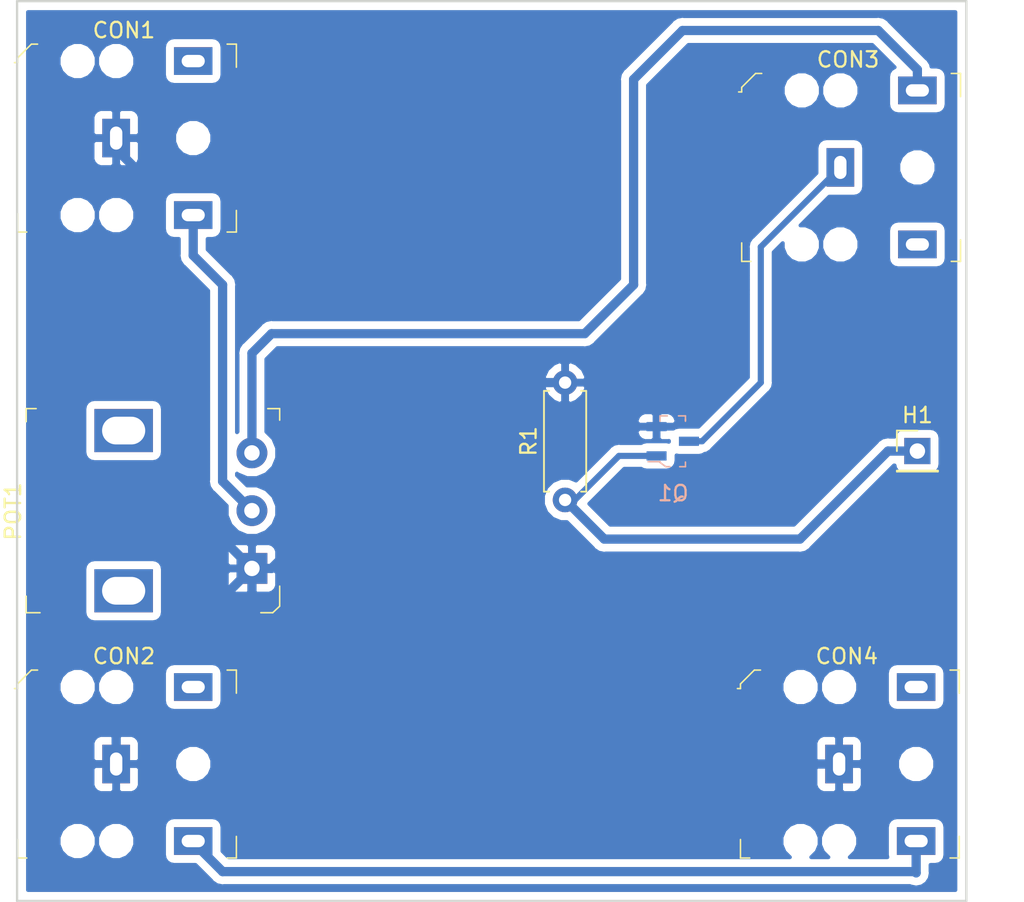
<source format=kicad_pcb>
(kicad_pcb (version 20171130) (host pcbnew 5.0.2+dfsg1-1)

  (general
    (thickness 1.6)
    (drawings 4)
    (tracks 50)
    (zones 0)
    (modules 8)
    (nets 12)
  )

  (page A4)
  (layers
    (0 F.Cu signal)
    (31 B.Cu signal)
    (32 B.Adhes user)
    (33 F.Adhes user)
    (34 B.Paste user)
    (35 F.Paste user)
    (36 B.SilkS user)
    (37 F.SilkS user)
    (38 B.Mask user)
    (39 F.Mask user)
    (40 Dwgs.User user)
    (41 Cmts.User user)
    (42 Eco1.User user)
    (43 Eco2.User user)
    (44 Edge.Cuts user)
    (45 Margin user)
    (46 B.CrtYd user)
    (47 F.CrtYd user)
    (48 B.Fab user)
    (49 F.Fab user)
  )

  (setup
    (last_trace_width 0.6)
    (user_trace_width 0.25)
    (user_trace_width 0.3)
    (user_trace_width 0.35)
    (user_trace_width 0.4)
    (user_trace_width 0.45)
    (user_trace_width 0.5)
    (user_trace_width 0.55)
    (user_trace_width 0.6)
    (trace_clearance 0.2)
    (zone_clearance 0.508)
    (zone_45_only no)
    (trace_min 0.2)
    (segment_width 0.2)
    (edge_width 0.15)
    (via_size 0.8)
    (via_drill 0.4)
    (via_min_size 0.4)
    (via_min_drill 0.3)
    (uvia_size 0.3)
    (uvia_drill 0.1)
    (uvias_allowed no)
    (uvia_min_size 0.2)
    (uvia_min_drill 0.1)
    (pcb_text_width 0.3)
    (pcb_text_size 1.5 1.5)
    (mod_edge_width 0.15)
    (mod_text_size 1 1)
    (mod_text_width 0.15)
    (pad_size 1.524 1.524)
    (pad_drill 0.762)
    (pad_to_mask_clearance 0.051)
    (solder_mask_min_width 0.25)
    (aux_axis_origin 0 0)
    (visible_elements FFFFFF7F)
    (pcbplotparams
      (layerselection 0x010fc_ffffffff)
      (usegerberextensions false)
      (usegerberattributes false)
      (usegerberadvancedattributes false)
      (creategerberjobfile false)
      (excludeedgelayer true)
      (linewidth 0.100000)
      (plotframeref false)
      (viasonmask false)
      (mode 1)
      (useauxorigin false)
      (hpglpennumber 1)
      (hpglpenspeed 20)
      (hpglpendiameter 15.000000)
      (psnegative false)
      (psa4output false)
      (plotreference true)
      (plotvalue true)
      (plotinvisibletext false)
      (padsonsilk false)
      (subtractmaskfromsilk false)
      (outputformat 1)
      (mirror false)
      (drillshape 1)
      (scaleselection 1)
      (outputdirectory ""))
  )

  (net 0 "")
  (net 1 "Net-(CON1-Pad3)")
  (net 2 "Net-(CON1-Pad2)")
  (net 3 "Net-(CON1-Pad1)")
  (net 4 "Net-(CON2-Pad2)")
  (net 5 "Net-(CON2-Pad3)")
  (net 6 "Net-(CON3-Pad3)")
  (net 7 "Net-(CON3-Pad2)")
  (net 8 "Net-(CON3-Pad1)")
  (net 9 "Net-(CON4-Pad3)")
  (net 10 "Net-(H1-Pad1)")
  (net 11 "Net-(POT1-Pad4)")

  (net_class Default "This is the default net class."
    (clearance 0.2)
    (trace_width 0.25)
    (via_dia 0.8)
    (via_drill 0.4)
    (uvia_dia 0.3)
    (uvia_drill 0.1)
    (add_net "Net-(CON1-Pad1)")
    (add_net "Net-(CON1-Pad2)")
    (add_net "Net-(CON1-Pad3)")
    (add_net "Net-(CON2-Pad2)")
    (add_net "Net-(CON2-Pad3)")
    (add_net "Net-(CON3-Pad1)")
    (add_net "Net-(CON3-Pad2)")
    (add_net "Net-(CON3-Pad3)")
    (add_net "Net-(CON4-Pad3)")
    (add_net "Net-(H1-Pad1)")
    (add_net "Net-(POT1-Pad4)")
  )

  (module digikey-footprints:Headphone_Jack_3.5mm_SJ1-3523N (layer F.Cu) (tedit 5C87D9A9) (tstamp 5F35A90E)
    (at 144.7 107.95)
    (descr http://www.cui.com/product/resource/sj1-352xn-series.pdf)
    (path /5F28CCA2)
    (fp_text reference CON4 (at -4.5 -7) (layer F.SilkS)
      (effects (font (size 1 1) (thickness 0.15)))
    )
    (fp_text value SJ1-3523N (at -4.25 7.5) (layer F.Fab)
      (effects (font (size 1 1) (thickness 0.15)))
    )
    (fp_line (start -11.3 6) (end 2.7 6) (layer F.Fab) (width 0.1))
    (fp_line (start 2.7 -6) (end 2.7 6) (layer F.Fab) (width 0.1))
    (fp_text user %R (at -8.25 0) (layer F.Fab)
      (effects (font (size 1 1) (thickness 0.15)))
    )
    (fp_line (start -11.3 -5.1) (end -10.4 -6) (layer F.Fab) (width 0.1))
    (fp_line (start -10.4 -6) (end 2.7 -6) (layer F.Fab) (width 0.1))
    (fp_line (start -11.3 -5.1) (end -11.3 6) (layer F.Fab) (width 0.1))
    (fp_line (start -11.4 -4.9) (end -11.6 -4.9) (layer F.SilkS) (width 0.1))
    (fp_line (start -11.4 -5.2) (end -11.4 -4.9) (layer F.SilkS) (width 0.1))
    (fp_line (start -10.5 -6.1) (end -11.4 -5.2) (layer F.SilkS) (width 0.1))
    (fp_line (start -10.1 -6.1) (end -10.5 -6.1) (layer F.SilkS) (width 0.1))
    (fp_line (start 2.8 -6.1) (end 2.8 -4.6) (layer F.SilkS) (width 0.1))
    (fp_line (start 2.2 -6.1) (end 2.8 -6.1) (layer F.SilkS) (width 0.1))
    (fp_line (start 2.8 6.1) (end 2.8 4.7) (layer F.SilkS) (width 0.1))
    (fp_line (start 2.2 6.1) (end 2.8 6.1) (layer F.SilkS) (width 0.1))
    (fp_line (start -11.4 6.1) (end -11.4 4.9) (layer F.SilkS) (width 0.1))
    (fp_line (start -10.8 6.1) (end -11.4 6.1) (layer F.SilkS) (width 0.1))
    (fp_line (start -11.75 6.25) (end 3.25 6.25) (layer F.CrtYd) (width 0.05))
    (fp_line (start -11.75 -6.25) (end -11.75 6.25) (layer F.CrtYd) (width 0.05))
    (fp_line (start 3.25 -6.25) (end 3.25 6.25) (layer F.CrtYd) (width 0.05))
    (fp_line (start -11.75 -6.25) (end 3.25 -6.25) (layer F.CrtYd) (width 0.05))
    (pad "" np_thru_hole circle (at -7.5 5) (size 1.2 1.2) (drill 1.2) (layers *.Cu *.Mask))
    (pad "" np_thru_hole circle (at -5 5) (size 1.2 1.2) (drill 1.2) (layers *.Cu *.Mask))
    (pad "" np_thru_hole circle (at -7.5 -5) (size 1.2 1.2) (drill 1.2) (layers *.Cu *.Mask))
    (pad "" np_thru_hole circle (at -5 -5) (size 1.2 1.2) (drill 1.2) (layers *.Cu *.Mask))
    (pad "" np_thru_hole circle (at 0 0) (size 1.2 1.2) (drill 1.2) (layers *.Cu *.Mask))
    (pad 1 thru_hole rect (at -5 0) (size 1.8 2.5) (drill oval 0.8 1.5) (layers *.Cu *.Mask)
      (net 3 "Net-(CON1-Pad1)"))
    (pad 2 thru_hole rect (at 0 5) (size 2.5 1.8) (drill oval 1.5 0.8) (layers *.Cu *.Mask)
      (net 4 "Net-(CON2-Pad2)"))
    (pad 3 thru_hole rect (at 0 -5) (size 2.5 1.8) (drill oval 1.5 0.8) (layers *.Cu *.Mask)
      (net 9 "Net-(CON4-Pad3)"))
  )

  (module digikey-footprints:Potentiometer_P120PK-Y25BR10K (layer F.Cu) (tedit 59FCB251) (tstamp 5F35B2B2)
    (at 101.6 95.25 90)
    (path /5F28E570)
    (fp_text reference POT1 (at 3.7 -15.5 90) (layer F.SilkS)
      (effects (font (size 1 1) (thickness 0.15)))
    )
    (fp_text value P120PK-Y25BR5K (at 3.625 2.8 90) (layer F.Fab)
      (effects (font (size 1 1) (thickness 0.15)))
    )
    (fp_line (start -3.1 1.975) (end -3.1 -14.825) (layer F.CrtYd) (width 0.05))
    (fp_line (start 10.6 1.975) (end -3.1 1.975) (layer F.CrtYd) (width 0.05))
    (fp_line (start 10.6 -14.825) (end 10.6 1.975) (layer F.CrtYd) (width 0.05))
    (fp_line (start -3.1 -14.825) (end 10.6 -14.825) (layer F.CrtYd) (width 0.05))
    (fp_text user %R (at 4.05 -6.65 90) (layer F.Fab)
      (effects (font (size 1 1) (thickness 0.15)))
    )
    (fp_line (start -2.875 0.575) (end -2.875 1.35) (layer F.SilkS) (width 0.1))
    (fp_line (start -2.875 1.35) (end -2.45 1.8) (layer F.SilkS) (width 0.1))
    (fp_line (start -2.45 1.8) (end -1.15 1.8) (layer F.SilkS) (width 0.1))
    (fp_line (start -1.8 -14.65) (end -2.875 -14.65) (layer F.SilkS) (width 0.1))
    (fp_line (start -2.875 -14.65) (end -2.875 -13.75) (layer F.SilkS) (width 0.1))
    (fp_line (start 10.375 1.025) (end 10.375 1.8) (layer F.SilkS) (width 0.1))
    (fp_line (start 10.375 1.8) (end 9.625 1.8) (layer F.SilkS) (width 0.1))
    (fp_line (start 9.525 -14.65) (end 10.375 -14.65) (layer F.SilkS) (width 0.1))
    (fp_line (start 10.375 -14.65) (end 10.375 -14) (layer F.SilkS) (width 0.1))
    (fp_line (start -2.75 1.275) (end -2.75 -14.525) (layer F.Fab) (width 0.1))
    (fp_line (start -2.375 1.675) (end 10.25 1.675) (layer F.Fab) (width 0.1))
    (fp_line (start -2.75 1.275) (end -2.375 1.675) (layer F.Fab) (width 0.1))
    (fp_line (start 10.25 -14.525) (end 10.25 1.675) (layer F.Fab) (width 0.1))
    (fp_line (start -2.75 -14.525) (end 10.25 -14.525) (layer F.Fab) (width 0.1))
    (pad 1 thru_hole rect (at 0 0 90) (size 2 2) (drill 1) (layers *.Cu *.Mask)
      (net 3 "Net-(CON1-Pad1)"))
    (pad 2 thru_hole circle (at 3.75 0 90) (size 2 2) (drill 1) (layers *.Cu *.Mask)
      (net 2 "Net-(CON1-Pad2)"))
    (pad 3 thru_hole circle (at 7.5 0 90) (size 2 2) (drill 1) (layers *.Cu *.Mask)
      (net 6 "Net-(CON3-Pad3)"))
    (pad 4 thru_hole rect (at -1.45 -8.325 90) (size 2.8 3.8) (drill oval 1.8 2.8) (layers *.Cu *.Mask)
      (net 11 "Net-(POT1-Pad4)"))
    (pad 4 thru_hole rect (at 8.95 -8.325 90) (size 2.8 3.8) (drill oval 1.8 2.8) (layers *.Cu *.Mask)
      (net 11 "Net-(POT1-Pad4)"))
  )

  (module digikey-footprints:Headphone_Jack_3.5mm_SJ1-3523N (layer F.Cu) (tedit 5C87D9A9) (tstamp 5F35A8AE)
    (at 97.79 67.31)
    (descr http://www.cui.com/product/resource/sj1-352xn-series.pdf)
    (path /5F28CD6F)
    (fp_text reference CON1 (at -4.5 -7) (layer F.SilkS)
      (effects (font (size 1 1) (thickness 0.15)))
    )
    (fp_text value SJ1-3523N (at -4.25 7.5) (layer F.Fab)
      (effects (font (size 1 1) (thickness 0.15)))
    )
    (fp_line (start -11.75 -6.25) (end 3.25 -6.25) (layer F.CrtYd) (width 0.05))
    (fp_line (start 3.25 -6.25) (end 3.25 6.25) (layer F.CrtYd) (width 0.05))
    (fp_line (start -11.75 -6.25) (end -11.75 6.25) (layer F.CrtYd) (width 0.05))
    (fp_line (start -11.75 6.25) (end 3.25 6.25) (layer F.CrtYd) (width 0.05))
    (fp_line (start -10.8 6.1) (end -11.4 6.1) (layer F.SilkS) (width 0.1))
    (fp_line (start -11.4 6.1) (end -11.4 4.9) (layer F.SilkS) (width 0.1))
    (fp_line (start 2.2 6.1) (end 2.8 6.1) (layer F.SilkS) (width 0.1))
    (fp_line (start 2.8 6.1) (end 2.8 4.7) (layer F.SilkS) (width 0.1))
    (fp_line (start 2.2 -6.1) (end 2.8 -6.1) (layer F.SilkS) (width 0.1))
    (fp_line (start 2.8 -6.1) (end 2.8 -4.6) (layer F.SilkS) (width 0.1))
    (fp_line (start -10.1 -6.1) (end -10.5 -6.1) (layer F.SilkS) (width 0.1))
    (fp_line (start -10.5 -6.1) (end -11.4 -5.2) (layer F.SilkS) (width 0.1))
    (fp_line (start -11.4 -5.2) (end -11.4 -4.9) (layer F.SilkS) (width 0.1))
    (fp_line (start -11.4 -4.9) (end -11.6 -4.9) (layer F.SilkS) (width 0.1))
    (fp_line (start -11.3 -5.1) (end -11.3 6) (layer F.Fab) (width 0.1))
    (fp_line (start -10.4 -6) (end 2.7 -6) (layer F.Fab) (width 0.1))
    (fp_line (start -11.3 -5.1) (end -10.4 -6) (layer F.Fab) (width 0.1))
    (fp_text user %R (at -8.25 0) (layer F.Fab)
      (effects (font (size 1 1) (thickness 0.15)))
    )
    (fp_line (start 2.7 -6) (end 2.7 6) (layer F.Fab) (width 0.1))
    (fp_line (start -11.3 6) (end 2.7 6) (layer F.Fab) (width 0.1))
    (pad 3 thru_hole rect (at 0 -5) (size 2.5 1.8) (drill oval 1.5 0.8) (layers *.Cu *.Mask)
      (net 1 "Net-(CON1-Pad3)"))
    (pad 2 thru_hole rect (at 0 5) (size 2.5 1.8) (drill oval 1.5 0.8) (layers *.Cu *.Mask)
      (net 2 "Net-(CON1-Pad2)"))
    (pad 1 thru_hole rect (at -5 0) (size 1.8 2.5) (drill oval 0.8 1.5) (layers *.Cu *.Mask)
      (net 3 "Net-(CON1-Pad1)"))
    (pad "" np_thru_hole circle (at 0 0) (size 1.2 1.2) (drill 1.2) (layers *.Cu *.Mask))
    (pad "" np_thru_hole circle (at -5 -5) (size 1.2 1.2) (drill 1.2) (layers *.Cu *.Mask))
    (pad "" np_thru_hole circle (at -7.5 -5) (size 1.2 1.2) (drill 1.2) (layers *.Cu *.Mask))
    (pad "" np_thru_hole circle (at -5 5) (size 1.2 1.2) (drill 1.2) (layers *.Cu *.Mask))
    (pad "" np_thru_hole circle (at -7.5 5) (size 1.2 1.2) (drill 1.2) (layers *.Cu *.Mask))
  )

  (module digikey-footprints:Headphone_Jack_3.5mm_SJ1-3523N (layer F.Cu) (tedit 5C87D9A9) (tstamp 5F35A8CE)
    (at 97.79 107.95)
    (descr http://www.cui.com/product/resource/sj1-352xn-series.pdf)
    (path /5F28CE23)
    (fp_text reference CON2 (at -4.5 -7) (layer F.SilkS)
      (effects (font (size 1 1) (thickness 0.15)))
    )
    (fp_text value SJ1-3523N (at -4.25 7.5) (layer F.Fab)
      (effects (font (size 1 1) (thickness 0.15)))
    )
    (fp_line (start -11.3 6) (end 2.7 6) (layer F.Fab) (width 0.1))
    (fp_line (start 2.7 -6) (end 2.7 6) (layer F.Fab) (width 0.1))
    (fp_text user %R (at -8.25 0) (layer F.Fab)
      (effects (font (size 1 1) (thickness 0.15)))
    )
    (fp_line (start -11.3 -5.1) (end -10.4 -6) (layer F.Fab) (width 0.1))
    (fp_line (start -10.4 -6) (end 2.7 -6) (layer F.Fab) (width 0.1))
    (fp_line (start -11.3 -5.1) (end -11.3 6) (layer F.Fab) (width 0.1))
    (fp_line (start -11.4 -4.9) (end -11.6 -4.9) (layer F.SilkS) (width 0.1))
    (fp_line (start -11.4 -5.2) (end -11.4 -4.9) (layer F.SilkS) (width 0.1))
    (fp_line (start -10.5 -6.1) (end -11.4 -5.2) (layer F.SilkS) (width 0.1))
    (fp_line (start -10.1 -6.1) (end -10.5 -6.1) (layer F.SilkS) (width 0.1))
    (fp_line (start 2.8 -6.1) (end 2.8 -4.6) (layer F.SilkS) (width 0.1))
    (fp_line (start 2.2 -6.1) (end 2.8 -6.1) (layer F.SilkS) (width 0.1))
    (fp_line (start 2.8 6.1) (end 2.8 4.7) (layer F.SilkS) (width 0.1))
    (fp_line (start 2.2 6.1) (end 2.8 6.1) (layer F.SilkS) (width 0.1))
    (fp_line (start -11.4 6.1) (end -11.4 4.9) (layer F.SilkS) (width 0.1))
    (fp_line (start -10.8 6.1) (end -11.4 6.1) (layer F.SilkS) (width 0.1))
    (fp_line (start -11.75 6.25) (end 3.25 6.25) (layer F.CrtYd) (width 0.05))
    (fp_line (start -11.75 -6.25) (end -11.75 6.25) (layer F.CrtYd) (width 0.05))
    (fp_line (start 3.25 -6.25) (end 3.25 6.25) (layer F.CrtYd) (width 0.05))
    (fp_line (start -11.75 -6.25) (end 3.25 -6.25) (layer F.CrtYd) (width 0.05))
    (pad "" np_thru_hole circle (at -7.5 5) (size 1.2 1.2) (drill 1.2) (layers *.Cu *.Mask))
    (pad "" np_thru_hole circle (at -5 5) (size 1.2 1.2) (drill 1.2) (layers *.Cu *.Mask))
    (pad "" np_thru_hole circle (at -7.5 -5) (size 1.2 1.2) (drill 1.2) (layers *.Cu *.Mask))
    (pad "" np_thru_hole circle (at -5 -5) (size 1.2 1.2) (drill 1.2) (layers *.Cu *.Mask))
    (pad "" np_thru_hole circle (at 0 0) (size 1.2 1.2) (drill 1.2) (layers *.Cu *.Mask))
    (pad 1 thru_hole rect (at -5 0) (size 1.8 2.5) (drill oval 0.8 1.5) (layers *.Cu *.Mask)
      (net 3 "Net-(CON1-Pad1)"))
    (pad 2 thru_hole rect (at 0 5) (size 2.5 1.8) (drill oval 1.5 0.8) (layers *.Cu *.Mask)
      (net 4 "Net-(CON2-Pad2)"))
    (pad 3 thru_hole rect (at 0 -5) (size 2.5 1.8) (drill oval 1.5 0.8) (layers *.Cu *.Mask)
      (net 5 "Net-(CON2-Pad3)"))
  )

  (module digikey-footprints:Headphone_Jack_3.5mm_SJ1-3523N (layer F.Cu) (tedit 5C87D9A9) (tstamp 5F35B391)
    (at 144.78 69.215)
    (descr http://www.cui.com/product/resource/sj1-352xn-series.pdf)
    (path /5F28CB86)
    (fp_text reference CON3 (at -4.5 -7) (layer F.SilkS)
      (effects (font (size 1 1) (thickness 0.15)))
    )
    (fp_text value SJ1-3523N (at -4.25 7.5) (layer F.Fab)
      (effects (font (size 1 1) (thickness 0.15)))
    )
    (fp_line (start -11.75 -6.25) (end 3.25 -6.25) (layer F.CrtYd) (width 0.05))
    (fp_line (start 3.25 -6.25) (end 3.25 6.25) (layer F.CrtYd) (width 0.05))
    (fp_line (start -11.75 -6.25) (end -11.75 6.25) (layer F.CrtYd) (width 0.05))
    (fp_line (start -11.75 6.25) (end 3.25 6.25) (layer F.CrtYd) (width 0.05))
    (fp_line (start -10.8 6.1) (end -11.4 6.1) (layer F.SilkS) (width 0.1))
    (fp_line (start -11.4 6.1) (end -11.4 4.9) (layer F.SilkS) (width 0.1))
    (fp_line (start 2.2 6.1) (end 2.8 6.1) (layer F.SilkS) (width 0.1))
    (fp_line (start 2.8 6.1) (end 2.8 4.7) (layer F.SilkS) (width 0.1))
    (fp_line (start 2.2 -6.1) (end 2.8 -6.1) (layer F.SilkS) (width 0.1))
    (fp_line (start 2.8 -6.1) (end 2.8 -4.6) (layer F.SilkS) (width 0.1))
    (fp_line (start -10.1 -6.1) (end -10.5 -6.1) (layer F.SilkS) (width 0.1))
    (fp_line (start -10.5 -6.1) (end -11.4 -5.2) (layer F.SilkS) (width 0.1))
    (fp_line (start -11.4 -5.2) (end -11.4 -4.9) (layer F.SilkS) (width 0.1))
    (fp_line (start -11.4 -4.9) (end -11.6 -4.9) (layer F.SilkS) (width 0.1))
    (fp_line (start -11.3 -5.1) (end -11.3 6) (layer F.Fab) (width 0.1))
    (fp_line (start -10.4 -6) (end 2.7 -6) (layer F.Fab) (width 0.1))
    (fp_line (start -11.3 -5.1) (end -10.4 -6) (layer F.Fab) (width 0.1))
    (fp_text user %R (at -8.25 0) (layer F.Fab)
      (effects (font (size 1 1) (thickness 0.15)))
    )
    (fp_line (start 2.7 -6) (end 2.7 6) (layer F.Fab) (width 0.1))
    (fp_line (start -11.3 6) (end 2.7 6) (layer F.Fab) (width 0.1))
    (pad 3 thru_hole rect (at 0 -5) (size 2.5 1.8) (drill oval 1.5 0.8) (layers *.Cu *.Mask)
      (net 6 "Net-(CON3-Pad3)"))
    (pad 2 thru_hole rect (at 0 5) (size 2.5 1.8) (drill oval 1.5 0.8) (layers *.Cu *.Mask)
      (net 7 "Net-(CON3-Pad2)"))
    (pad 1 thru_hole rect (at -5 0) (size 1.8 2.5) (drill oval 0.8 1.5) (layers *.Cu *.Mask)
      (net 8 "Net-(CON3-Pad1)"))
    (pad "" np_thru_hole circle (at 0 0) (size 1.2 1.2) (drill 1.2) (layers *.Cu *.Mask))
    (pad "" np_thru_hole circle (at -5 -5) (size 1.2 1.2) (drill 1.2) (layers *.Cu *.Mask))
    (pad "" np_thru_hole circle (at -7.5 -5) (size 1.2 1.2) (drill 1.2) (layers *.Cu *.Mask))
    (pad "" np_thru_hole circle (at -5 5) (size 1.2 1.2) (drill 1.2) (layers *.Cu *.Mask))
    (pad "" np_thru_hole circle (at -7.5 5) (size 1.2 1.2) (drill 1.2) (layers *.Cu *.Mask))
  )

  (module Connector_PinHeader_2.54mm:PinHeader_1x01_P2.54mm_Vertical (layer F.Cu) (tedit 59FED5CC) (tstamp 5F35A923)
    (at 144.78 87.63)
    (descr "Through hole straight pin header, 1x01, 2.54mm pitch, single row")
    (tags "Through hole pin header THT 1x01 2.54mm single row")
    (path /5F290BF9)
    (fp_text reference H1 (at 0 -2.33) (layer F.SilkS)
      (effects (font (size 1 1) (thickness 0.15)))
    )
    (fp_text value MountingHole_Pad (at 0 2.33) (layer F.Fab)
      (effects (font (size 1 1) (thickness 0.15)))
    )
    (fp_line (start -0.635 -1.27) (end 1.27 -1.27) (layer F.Fab) (width 0.1))
    (fp_line (start 1.27 -1.27) (end 1.27 1.27) (layer F.Fab) (width 0.1))
    (fp_line (start 1.27 1.27) (end -1.27 1.27) (layer F.Fab) (width 0.1))
    (fp_line (start -1.27 1.27) (end -1.27 -0.635) (layer F.Fab) (width 0.1))
    (fp_line (start -1.27 -0.635) (end -0.635 -1.27) (layer F.Fab) (width 0.1))
    (fp_line (start -1.33 1.33) (end 1.33 1.33) (layer F.SilkS) (width 0.12))
    (fp_line (start -1.33 1.27) (end -1.33 1.33) (layer F.SilkS) (width 0.12))
    (fp_line (start 1.33 1.27) (end 1.33 1.33) (layer F.SilkS) (width 0.12))
    (fp_line (start -1.33 1.27) (end 1.33 1.27) (layer F.SilkS) (width 0.12))
    (fp_line (start -1.33 0) (end -1.33 -1.33) (layer F.SilkS) (width 0.12))
    (fp_line (start -1.33 -1.33) (end 0 -1.33) (layer F.SilkS) (width 0.12))
    (fp_line (start -1.8 -1.8) (end -1.8 1.8) (layer F.CrtYd) (width 0.05))
    (fp_line (start -1.8 1.8) (end 1.8 1.8) (layer F.CrtYd) (width 0.05))
    (fp_line (start 1.8 1.8) (end 1.8 -1.8) (layer F.CrtYd) (width 0.05))
    (fp_line (start 1.8 -1.8) (end -1.8 -1.8) (layer F.CrtYd) (width 0.05))
    (fp_text user %R (at 0 0 90) (layer F.Fab)
      (effects (font (size 1 1) (thickness 0.15)))
    )
    (pad 1 thru_hole rect (at 0 0) (size 1.7 1.7) (drill 1) (layers *.Cu *.Mask)
      (net 10 "Net-(H1-Pad1)"))
    (model ${KISYS3DMOD}/Connector_PinHeader_2.54mm.3dshapes/PinHeader_1x01_P2.54mm_Vertical.wrl
      (at (xyz 0 0 0))
      (scale (xyz 1 1 1))
      (rotate (xyz 0 0 0))
    )
  )

  (module digikey-footprints:SOT-23-3 (layer B.Cu) (tedit 5D28A5E3) (tstamp 5F35A95B)
    (at 128.905 86.995)
    (path /5F28CA63)
    (attr smd)
    (fp_text reference Q1 (at 0.025 3.375) (layer B.SilkS)
      (effects (font (size 1 1) (thickness 0.15)) (justify mirror))
    )
    (fp_text value BSS138 (at 0.025 -3.25) (layer B.Fab)
      (effects (font (size 1 1) (thickness 0.15)) (justify mirror))
    )
    (fp_line (start -1.825 1.95) (end 1.825 1.95) (layer B.CrtYd) (width 0.05))
    (fp_line (start -1.825 1.95) (end -1.825 -1.95) (layer B.CrtYd) (width 0.05))
    (fp_line (start 1.825 -1.95) (end -1.825 -1.95) (layer B.CrtYd) (width 0.05))
    (fp_line (start 1.825 1.95) (end 1.825 -1.95) (layer B.CrtYd) (width 0.05))
    (fp_line (start -0.175 1.65) (end -0.45 1.65) (layer B.SilkS) (width 0.1))
    (fp_line (start -0.45 1.65) (end -0.825 1.375) (layer B.SilkS) (width 0.1))
    (fp_line (start -0.825 1.375) (end -0.825 1.325) (layer B.SilkS) (width 0.1))
    (fp_line (start -0.825 1.325) (end -1.6 1.325) (layer B.SilkS) (width 0.1))
    (fp_line (start -0.7 1.325) (end -0.7 -1.525) (layer B.Fab) (width 0.1))
    (fp_line (start -0.425 1.525) (end 0.7 1.525) (layer B.Fab) (width 0.1))
    (fp_line (start -0.425 1.525) (end -0.7 1.325) (layer B.Fab) (width 0.1))
    (fp_line (start -0.35 -1.65) (end -0.825 -1.65) (layer B.SilkS) (width 0.1))
    (fp_line (start -0.825 -1.65) (end -0.825 -1.3) (layer B.SilkS) (width 0.1))
    (fp_line (start 0.825 -1.425) (end 0.825 -1.3) (layer B.SilkS) (width 0.1))
    (fp_line (start 0.825 -1.35) (end 0.825 -1.65) (layer B.SilkS) (width 0.1))
    (fp_line (start 0.825 -1.65) (end 0.375 -1.65) (layer B.SilkS) (width 0.1))
    (fp_line (start 0.45 1.65) (end 0.825 1.65) (layer B.SilkS) (width 0.1))
    (fp_line (start 0.825 1.65) (end 0.825 1.35) (layer B.SilkS) (width 0.1))
    (fp_text user %R (at -0.125 -0.15) (layer B.Fab)
      (effects (font (size 0.25 0.25) (thickness 0.05)) (justify mirror))
    )
    (fp_line (start -0.7 -1.52) (end 0.7 -1.52) (layer B.Fab) (width 0.1))
    (fp_line (start 0.7 -1.52) (end 0.7 1.52) (layer B.Fab) (width 0.1))
    (pad 3 smd rect (at 1.05 0) (size 1.3 0.6) (layers B.Cu B.Paste B.Mask)
      (net 8 "Net-(CON3-Pad1)") (solder_mask_margin 0.07))
    (pad 2 smd rect (at -1.05 -0.95) (size 1.3 0.6) (layers B.Cu B.Paste B.Mask)
      (net 3 "Net-(CON1-Pad1)") (solder_mask_margin 0.07))
    (pad 1 smd rect (at -1.05 0.95) (size 1.3 0.6) (layers B.Cu B.Paste B.Mask)
      (net 10 "Net-(H1-Pad1)") (solder_mask_margin 0.07))
  )

  (module Resistor_THT:R_Axial_DIN0207_L6.3mm_D2.5mm_P7.62mm_Horizontal (layer F.Cu) (tedit 5AE5139B) (tstamp 5F35AD3A)
    (at 121.92 90.805 90)
    (descr "Resistor, Axial_DIN0207 series, Axial, Horizontal, pin pitch=7.62mm, 0.25W = 1/4W, length*diameter=6.3*2.5mm^2, http://cdn-reichelt.de/documents/datenblatt/B400/1_4W%23YAG.pdf")
    (tags "Resistor Axial_DIN0207 series Axial Horizontal pin pitch 7.62mm 0.25W = 1/4W length 6.3mm diameter 2.5mm")
    (path /5F28C5F5)
    (fp_text reference R1 (at 3.81 -2.37 90) (layer F.SilkS)
      (effects (font (size 1 1) (thickness 0.15)))
    )
    (fp_text value 1k (at 3.81 2.37 90) (layer F.Fab)
      (effects (font (size 1 1) (thickness 0.15)))
    )
    (fp_line (start 0.66 -1.25) (end 0.66 1.25) (layer F.Fab) (width 0.1))
    (fp_line (start 0.66 1.25) (end 6.96 1.25) (layer F.Fab) (width 0.1))
    (fp_line (start 6.96 1.25) (end 6.96 -1.25) (layer F.Fab) (width 0.1))
    (fp_line (start 6.96 -1.25) (end 0.66 -1.25) (layer F.Fab) (width 0.1))
    (fp_line (start 0 0) (end 0.66 0) (layer F.Fab) (width 0.1))
    (fp_line (start 7.62 0) (end 6.96 0) (layer F.Fab) (width 0.1))
    (fp_line (start 0.54 -1.04) (end 0.54 -1.37) (layer F.SilkS) (width 0.12))
    (fp_line (start 0.54 -1.37) (end 7.08 -1.37) (layer F.SilkS) (width 0.12))
    (fp_line (start 7.08 -1.37) (end 7.08 -1.04) (layer F.SilkS) (width 0.12))
    (fp_line (start 0.54 1.04) (end 0.54 1.37) (layer F.SilkS) (width 0.12))
    (fp_line (start 0.54 1.37) (end 7.08 1.37) (layer F.SilkS) (width 0.12))
    (fp_line (start 7.08 1.37) (end 7.08 1.04) (layer F.SilkS) (width 0.12))
    (fp_line (start -1.05 -1.5) (end -1.05 1.5) (layer F.CrtYd) (width 0.05))
    (fp_line (start -1.05 1.5) (end 8.67 1.5) (layer F.CrtYd) (width 0.05))
    (fp_line (start 8.67 1.5) (end 8.67 -1.5) (layer F.CrtYd) (width 0.05))
    (fp_line (start 8.67 -1.5) (end -1.05 -1.5) (layer F.CrtYd) (width 0.05))
    (fp_text user %R (at 3.81 0 90) (layer F.Fab)
      (effects (font (size 1 1) (thickness 0.15)))
    )
    (pad 1 thru_hole circle (at 0 0 90) (size 1.6 1.6) (drill 0.8) (layers *.Cu *.Mask)
      (net 10 "Net-(H1-Pad1)"))
    (pad 2 thru_hole oval (at 7.62 0 90) (size 1.6 1.6) (drill 0.8) (layers *.Cu *.Mask)
      (net 3 "Net-(CON1-Pad1)"))
    (model ${KISYS3DMOD}/Resistor_THT.3dshapes/R_Axial_DIN0207_L6.3mm_D2.5mm_P7.62mm_Horizontal.wrl
      (at (xyz 0 0 0))
      (scale (xyz 1 1 1))
      (rotate (xyz 0 0 0))
    )
  )

  (gr_line (start 86.36 58.42) (end 147.955 58.42) (layer Edge.Cuts) (width 0.15))
  (gr_line (start 86.36 116.84) (end 86.36 58.42) (layer Edge.Cuts) (width 0.15))
  (gr_line (start 147.955 116.84) (end 86.36 116.84) (layer Edge.Cuts) (width 0.15))
  (gr_line (start 147.955 58.42) (end 147.955 116.84) (layer Edge.Cuts) (width 0.15))

  (segment (start 97.79 72.31) (end 97.79 74.93) (width 0.6) (layer B.Cu) (net 2))
  (segment (start 97.79 74.93) (end 99.695 76.835) (width 0.6) (layer B.Cu) (net 2))
  (segment (start 99.695 89.595) (end 101.6 91.5) (width 0.6) (layer B.Cu) (net 2))
  (segment (start 99.695 76.835) (end 99.695 89.595) (width 0.6) (layer B.Cu) (net 2))
  (segment (start 92.79 67.31) (end 92.79 67.39) (width 0.35) (layer B.Cu) (net 3))
  (segment (start 92.79 67.31) (end 92.79 68.025) (width 0.35) (layer B.Cu) (net 3))
  (segment (start 92.79 68.025) (end 95.25 70.485) (width 0.6) (layer B.Cu) (net 3))
  (segment (start 95.25 70.485) (end 95.25 76.2) (width 0.6) (layer B.Cu) (net 3))
  (segment (start 95.25 76.2) (end 97.79 78.74) (width 0.6) (layer B.Cu) (net 3))
  (segment (start 97.79 91.44) (end 101.6 95.25) (width 0.6) (layer B.Cu) (net 3))
  (segment (start 97.79 78.74) (end 97.79 91.44) (width 0.6) (layer B.Cu) (net 3))
  (segment (start 92.79 107.95) (end 92.79 105.965) (width 0.6) (layer B.Cu) (net 3))
  (segment (start 92.79 105.965) (end 95.25 103.505) (width 0.6) (layer B.Cu) (net 3))
  (segment (start 95.25 101.6) (end 101.6 95.25) (width 0.6) (layer B.Cu) (net 3))
  (segment (start 95.25 103.505) (end 95.25 101.6) (width 0.6) (layer B.Cu) (net 3))
  (segment (start 127.855 86.045) (end 126.685 86.045) (width 0.4) (layer B.Cu) (net 3))
  (segment (start 123.825 83.185) (end 121.92 83.185) (width 0.4) (layer B.Cu) (net 3))
  (segment (start 126.685 86.045) (end 123.825 83.185) (width 0.4) (layer B.Cu) (net 3))
  (segment (start 101.6 95.25) (end 102.87 95.25) (width 0.6) (layer B.Cu) (net 3))
  (segment (start 114.935 83.185) (end 121.92 83.185) (width 0.6) (layer B.Cu) (net 3))
  (segment (start 102.87 95.25) (end 114.935 83.185) (width 0.6) (layer B.Cu) (net 3))
  (segment (start 101.6 104.775) (end 101.6 95.25) (width 0.6) (layer B.Cu) (net 3))
  (segment (start 104.775 107.95) (end 101.6 104.775) (width 0.6) (layer B.Cu) (net 3))
  (segment (start 104.775 107.95) (end 139.7 107.95) (width 0.6) (layer B.Cu) (net 3))
  (segment (start 97.79 112.95) (end 97.79 113.03) (width 0.6) (layer B.Cu) (net 4))
  (segment (start 97.79 113.03) (end 99.695 114.935) (width 0.6) (layer B.Cu) (net 4))
  (segment (start 144.7 112.95) (end 144.7 115.015) (width 0.6) (layer B.Cu) (net 4))
  (segment (start 144.62 114.935) (end 99.695 114.935) (width 0.6) (layer B.Cu) (net 4))
  (segment (start 144.7 115.015) (end 144.62 114.935) (width 0.6) (layer B.Cu) (net 4))
  (segment (start 144.78 64.215) (end 144.78 64.135) (width 0.6) (layer B.Cu) (net 6))
  (segment (start 144.78 64.215) (end 144.78 62.865) (width 0.6) (layer B.Cu) (net 6))
  (segment (start 144.78 62.865) (end 142.24 60.325) (width 0.6) (layer B.Cu) (net 6))
  (segment (start 142.24 60.325) (end 129.54 60.325) (width 0.6) (layer B.Cu) (net 6))
  (segment (start 129.54 60.325) (end 126.365 63.5) (width 0.6) (layer B.Cu) (net 6))
  (segment (start 126.365 63.5) (end 126.365 76.835) (width 0.6) (layer B.Cu) (net 6))
  (segment (start 126.365 76.835) (end 123.19 80.01) (width 0.6) (layer B.Cu) (net 6))
  (segment (start 123.19 80.01) (end 102.87 80.01) (width 0.6) (layer B.Cu) (net 6))
  (segment (start 101.6 81.28) (end 101.6 87.75) (width 0.6) (layer B.Cu) (net 6))
  (segment (start 102.87 80.01) (end 101.6 81.28) (width 0.6) (layer B.Cu) (net 6))
  (segment (start 129.955 86.995) (end 130.81 86.995) (width 0.4) (layer B.Cu) (net 8))
  (segment (start 130.81 86.995) (end 134.62 83.185) (width 0.4) (layer B.Cu) (net 8))
  (segment (start 134.62 74.375) (end 139.78 69.215) (width 0.4) (layer B.Cu) (net 8))
  (segment (start 134.62 83.185) (end 134.62 74.375) (width 0.4) (layer B.Cu) (net 8))
  (segment (start 121.92 90.805) (end 122.555 90.805) (width 0.4) (layer B.Cu) (net 10))
  (segment (start 125.415 87.945) (end 127.855 87.945) (width 0.4) (layer B.Cu) (net 10))
  (segment (start 122.555 90.805) (end 125.415 87.945) (width 0.4) (layer B.Cu) (net 10))
  (segment (start 144.78 87.63) (end 142.875 87.63) (width 0.6) (layer B.Cu) (net 10))
  (segment (start 142.875 87.63) (end 137.16 93.345) (width 0.6) (layer B.Cu) (net 10))
  (segment (start 124.46 93.345) (end 121.92 90.805) (width 0.6) (layer B.Cu) (net 10))
  (segment (start 137.16 93.345) (end 124.46 93.345) (width 0.6) (layer B.Cu) (net 10))

  (zone (net 3) (net_name "Net-(CON1-Pad1)") (layer B.Cu) (tstamp 0) (hatch edge 0.508)
    (connect_pads (clearance 0.508))
    (min_thickness 0.254)
    (fill yes (arc_segments 16) (thermal_gap 0.508) (thermal_bridge_width 0.508))
    (polygon
      (pts
        (xy 86.36 58.42) (xy 147.955 58.42) (xy 147.955 116.205) (xy 147.955 116.84) (xy 86.36 116.84)
      )
    )
    (filled_polygon
      (pts
        (xy 147.245001 116.13) (xy 87.07 116.13) (xy 87.07 112.704343) (xy 89.055 112.704343) (xy 89.055 113.195657)
        (xy 89.243018 113.649571) (xy 89.590429 113.996982) (xy 90.044343 114.185) (xy 90.535657 114.185) (xy 90.989571 113.996982)
        (xy 91.336982 113.649571) (xy 91.525 113.195657) (xy 91.525 112.704343) (xy 91.555 112.704343) (xy 91.555 113.195657)
        (xy 91.743018 113.649571) (xy 92.090429 113.996982) (xy 92.544343 114.185) (xy 93.035657 114.185) (xy 93.489571 113.996982)
        (xy 93.836982 113.649571) (xy 94.025 113.195657) (xy 94.025 112.704343) (xy 93.836982 112.250429) (xy 93.636553 112.05)
        (xy 95.89256 112.05) (xy 95.89256 113.85) (xy 95.941843 114.097765) (xy 96.082191 114.307809) (xy 96.292235 114.448157)
        (xy 96.54 114.49744) (xy 97.935151 114.49744) (xy 98.96874 115.53103) (xy 99.020903 115.609097) (xy 99.098969 115.661259)
        (xy 99.330181 115.81575) (xy 99.695 115.888317) (xy 99.787086 115.87) (xy 144.296644 115.87) (xy 144.335182 115.89575)
        (xy 144.699999 115.968317) (xy 144.7 115.968317) (xy 145.064819 115.89575) (xy 145.374097 115.689097) (xy 145.58075 115.379819)
        (xy 145.635 115.107086) (xy 145.635 115.107085) (xy 145.653317 115.014999) (xy 145.635 114.922914) (xy 145.635 114.49744)
        (xy 145.95 114.49744) (xy 146.197765 114.448157) (xy 146.407809 114.307809) (xy 146.548157 114.097765) (xy 146.59744 113.85)
        (xy 146.59744 112.05) (xy 146.548157 111.802235) (xy 146.407809 111.592191) (xy 146.197765 111.451843) (xy 145.95 111.40256)
        (xy 143.45 111.40256) (xy 143.202235 111.451843) (xy 142.992191 111.592191) (xy 142.851843 111.802235) (xy 142.80256 112.05)
        (xy 142.80256 113.85) (xy 142.832397 114) (xy 140.392285 114) (xy 140.399571 113.996982) (xy 140.746982 113.649571)
        (xy 140.935 113.195657) (xy 140.935 112.704343) (xy 140.746982 112.250429) (xy 140.399571 111.903018) (xy 139.945657 111.715)
        (xy 139.454343 111.715) (xy 139.000429 111.903018) (xy 138.653018 112.250429) (xy 138.465 112.704343) (xy 138.465 113.195657)
        (xy 138.653018 113.649571) (xy 139.000429 113.996982) (xy 139.007715 114) (xy 137.892285 114) (xy 137.899571 113.996982)
        (xy 138.246982 113.649571) (xy 138.435 113.195657) (xy 138.435 112.704343) (xy 138.246982 112.250429) (xy 137.899571 111.903018)
        (xy 137.445657 111.715) (xy 136.954343 111.715) (xy 136.500429 111.903018) (xy 136.153018 112.250429) (xy 135.965 112.704343)
        (xy 135.965 113.195657) (xy 136.153018 113.649571) (xy 136.500429 113.996982) (xy 136.507715 114) (xy 100.08229 114)
        (xy 99.68744 113.60515) (xy 99.68744 112.05) (xy 99.638157 111.802235) (xy 99.497809 111.592191) (xy 99.287765 111.451843)
        (xy 99.04 111.40256) (xy 96.54 111.40256) (xy 96.292235 111.451843) (xy 96.082191 111.592191) (xy 95.941843 111.802235)
        (xy 95.89256 112.05) (xy 93.636553 112.05) (xy 93.489571 111.903018) (xy 93.035657 111.715) (xy 92.544343 111.715)
        (xy 92.090429 111.903018) (xy 91.743018 112.250429) (xy 91.555 112.704343) (xy 91.525 112.704343) (xy 91.336982 112.250429)
        (xy 90.989571 111.903018) (xy 90.535657 111.715) (xy 90.044343 111.715) (xy 89.590429 111.903018) (xy 89.243018 112.250429)
        (xy 89.055 112.704343) (xy 87.07 112.704343) (xy 87.07 108.23575) (xy 91.255 108.23575) (xy 91.255 109.32631)
        (xy 91.351673 109.559699) (xy 91.530302 109.738327) (xy 91.763691 109.835) (xy 92.50425 109.835) (xy 92.663 109.67625)
        (xy 92.663 108.077) (xy 92.917 108.077) (xy 92.917 109.67625) (xy 93.07575 109.835) (xy 93.816309 109.835)
        (xy 94.049698 109.738327) (xy 94.228327 109.559699) (xy 94.325 109.32631) (xy 94.325 108.23575) (xy 94.16625 108.077)
        (xy 92.917 108.077) (xy 92.663 108.077) (xy 91.41375 108.077) (xy 91.255 108.23575) (xy 87.07 108.23575)
        (xy 87.07 106.57369) (xy 91.255 106.57369) (xy 91.255 107.66425) (xy 91.41375 107.823) (xy 92.663 107.823)
        (xy 92.663 106.22375) (xy 92.917 106.22375) (xy 92.917 107.823) (xy 94.16625 107.823) (xy 94.284907 107.704343)
        (xy 96.555 107.704343) (xy 96.555 108.195657) (xy 96.743018 108.649571) (xy 97.090429 108.996982) (xy 97.544343 109.185)
        (xy 98.035657 109.185) (xy 98.489571 108.996982) (xy 98.836982 108.649571) (xy 99.008392 108.23575) (xy 138.165 108.23575)
        (xy 138.165 109.32631) (xy 138.261673 109.559699) (xy 138.440302 109.738327) (xy 138.673691 109.835) (xy 139.41425 109.835)
        (xy 139.573 109.67625) (xy 139.573 108.077) (xy 139.827 108.077) (xy 139.827 109.67625) (xy 139.98575 109.835)
        (xy 140.726309 109.835) (xy 140.959698 109.738327) (xy 141.138327 109.559699) (xy 141.235 109.32631) (xy 141.235 108.23575)
        (xy 141.07625 108.077) (xy 139.827 108.077) (xy 139.573 108.077) (xy 138.32375 108.077) (xy 138.165 108.23575)
        (xy 99.008392 108.23575) (xy 99.025 108.195657) (xy 99.025 107.704343) (xy 98.836982 107.250429) (xy 98.489571 106.903018)
        (xy 98.035657 106.715) (xy 97.544343 106.715) (xy 97.090429 106.903018) (xy 96.743018 107.250429) (xy 96.555 107.704343)
        (xy 94.284907 107.704343) (xy 94.325 107.66425) (xy 94.325 106.57369) (xy 138.165 106.57369) (xy 138.165 107.66425)
        (xy 138.32375 107.823) (xy 139.573 107.823) (xy 139.573 106.22375) (xy 139.827 106.22375) (xy 139.827 107.823)
        (xy 141.07625 107.823) (xy 141.194907 107.704343) (xy 143.465 107.704343) (xy 143.465 108.195657) (xy 143.653018 108.649571)
        (xy 144.000429 108.996982) (xy 144.454343 109.185) (xy 144.945657 109.185) (xy 145.399571 108.996982) (xy 145.746982 108.649571)
        (xy 145.935 108.195657) (xy 145.935 107.704343) (xy 145.746982 107.250429) (xy 145.399571 106.903018) (xy 144.945657 106.715)
        (xy 144.454343 106.715) (xy 144.000429 106.903018) (xy 143.653018 107.250429) (xy 143.465 107.704343) (xy 141.194907 107.704343)
        (xy 141.235 107.66425) (xy 141.235 106.57369) (xy 141.138327 106.340301) (xy 140.959698 106.161673) (xy 140.726309 106.065)
        (xy 139.98575 106.065) (xy 139.827 106.22375) (xy 139.573 106.22375) (xy 139.41425 106.065) (xy 138.673691 106.065)
        (xy 138.440302 106.161673) (xy 138.261673 106.340301) (xy 138.165 106.57369) (xy 94.325 106.57369) (xy 94.228327 106.340301)
        (xy 94.049698 106.161673) (xy 93.816309 106.065) (xy 93.07575 106.065) (xy 92.917 106.22375) (xy 92.663 106.22375)
        (xy 92.50425 106.065) (xy 91.763691 106.065) (xy 91.530302 106.161673) (xy 91.351673 106.340301) (xy 91.255 106.57369)
        (xy 87.07 106.57369) (xy 87.07 102.704343) (xy 89.055 102.704343) (xy 89.055 103.195657) (xy 89.243018 103.649571)
        (xy 89.590429 103.996982) (xy 90.044343 104.185) (xy 90.535657 104.185) (xy 90.989571 103.996982) (xy 91.336982 103.649571)
        (xy 91.525 103.195657) (xy 91.525 102.704343) (xy 91.555 102.704343) (xy 91.555 103.195657) (xy 91.743018 103.649571)
        (xy 92.090429 103.996982) (xy 92.544343 104.185) (xy 93.035657 104.185) (xy 93.489571 103.996982) (xy 93.836982 103.649571)
        (xy 94.025 103.195657) (xy 94.025 102.704343) (xy 93.836982 102.250429) (xy 93.636553 102.05) (xy 95.89256 102.05)
        (xy 95.89256 103.85) (xy 95.941843 104.097765) (xy 96.082191 104.307809) (xy 96.292235 104.448157) (xy 96.54 104.49744)
        (xy 99.04 104.49744) (xy 99.287765 104.448157) (xy 99.497809 104.307809) (xy 99.638157 104.097765) (xy 99.68744 103.85)
        (xy 99.68744 102.704343) (xy 135.965 102.704343) (xy 135.965 103.195657) (xy 136.153018 103.649571) (xy 136.500429 103.996982)
        (xy 136.954343 104.185) (xy 137.445657 104.185) (xy 137.899571 103.996982) (xy 138.246982 103.649571) (xy 138.435 103.195657)
        (xy 138.435 102.704343) (xy 138.465 102.704343) (xy 138.465 103.195657) (xy 138.653018 103.649571) (xy 139.000429 103.996982)
        (xy 139.454343 104.185) (xy 139.945657 104.185) (xy 140.399571 103.996982) (xy 140.746982 103.649571) (xy 140.935 103.195657)
        (xy 140.935 102.704343) (xy 140.746982 102.250429) (xy 140.546553 102.05) (xy 142.80256 102.05) (xy 142.80256 103.85)
        (xy 142.851843 104.097765) (xy 142.992191 104.307809) (xy 143.202235 104.448157) (xy 143.45 104.49744) (xy 145.95 104.49744)
        (xy 146.197765 104.448157) (xy 146.407809 104.307809) (xy 146.548157 104.097765) (xy 146.59744 103.85) (xy 146.59744 102.05)
        (xy 146.548157 101.802235) (xy 146.407809 101.592191) (xy 146.197765 101.451843) (xy 145.95 101.40256) (xy 143.45 101.40256)
        (xy 143.202235 101.451843) (xy 142.992191 101.592191) (xy 142.851843 101.802235) (xy 142.80256 102.05) (xy 140.546553 102.05)
        (xy 140.399571 101.903018) (xy 139.945657 101.715) (xy 139.454343 101.715) (xy 139.000429 101.903018) (xy 138.653018 102.250429)
        (xy 138.465 102.704343) (xy 138.435 102.704343) (xy 138.246982 102.250429) (xy 137.899571 101.903018) (xy 137.445657 101.715)
        (xy 136.954343 101.715) (xy 136.500429 101.903018) (xy 136.153018 102.250429) (xy 135.965 102.704343) (xy 99.68744 102.704343)
        (xy 99.68744 102.05) (xy 99.638157 101.802235) (xy 99.497809 101.592191) (xy 99.287765 101.451843) (xy 99.04 101.40256)
        (xy 96.54 101.40256) (xy 96.292235 101.451843) (xy 96.082191 101.592191) (xy 95.941843 101.802235) (xy 95.89256 102.05)
        (xy 93.636553 102.05) (xy 93.489571 101.903018) (xy 93.035657 101.715) (xy 92.544343 101.715) (xy 92.090429 101.903018)
        (xy 91.743018 102.250429) (xy 91.555 102.704343) (xy 91.525 102.704343) (xy 91.336982 102.250429) (xy 90.989571 101.903018)
        (xy 90.535657 101.715) (xy 90.044343 101.715) (xy 89.590429 101.903018) (xy 89.243018 102.250429) (xy 89.055 102.704343)
        (xy 87.07 102.704343) (xy 87.07 95.3) (xy 90.72756 95.3) (xy 90.72756 98.1) (xy 90.776843 98.347765)
        (xy 90.917191 98.557809) (xy 91.127235 98.698157) (xy 91.375 98.74744) (xy 95.175 98.74744) (xy 95.422765 98.698157)
        (xy 95.632809 98.557809) (xy 95.773157 98.347765) (xy 95.82244 98.1) (xy 95.82244 95.53575) (xy 99.965 95.53575)
        (xy 99.965 96.376309) (xy 100.061673 96.609698) (xy 100.240301 96.788327) (xy 100.47369 96.885) (xy 101.31425 96.885)
        (xy 101.473 96.72625) (xy 101.473 95.377) (xy 101.727 95.377) (xy 101.727 96.72625) (xy 101.88575 96.885)
        (xy 102.72631 96.885) (xy 102.959699 96.788327) (xy 103.138327 96.609698) (xy 103.235 96.376309) (xy 103.235 95.53575)
        (xy 103.07625 95.377) (xy 101.727 95.377) (xy 101.473 95.377) (xy 100.12375 95.377) (xy 99.965 95.53575)
        (xy 95.82244 95.53575) (xy 95.82244 95.3) (xy 95.773157 95.052235) (xy 95.632809 94.842191) (xy 95.422765 94.701843)
        (xy 95.175 94.65256) (xy 91.375 94.65256) (xy 91.127235 94.701843) (xy 90.917191 94.842191) (xy 90.776843 95.052235)
        (xy 90.72756 95.3) (xy 87.07 95.3) (xy 87.07 94.123691) (xy 99.965 94.123691) (xy 99.965 94.96425)
        (xy 100.12375 95.123) (xy 101.473 95.123) (xy 101.473 93.77375) (xy 101.727 93.77375) (xy 101.727 95.123)
        (xy 103.07625 95.123) (xy 103.235 94.96425) (xy 103.235 94.123691) (xy 103.138327 93.890302) (xy 102.959699 93.711673)
        (xy 102.72631 93.615) (xy 101.88575 93.615) (xy 101.727 93.77375) (xy 101.473 93.77375) (xy 101.31425 93.615)
        (xy 100.47369 93.615) (xy 100.240301 93.711673) (xy 100.061673 93.890302) (xy 99.965 94.123691) (xy 87.07 94.123691)
        (xy 87.07 84.9) (xy 90.72756 84.9) (xy 90.72756 87.7) (xy 90.776843 87.947765) (xy 90.917191 88.157809)
        (xy 91.127235 88.298157) (xy 91.375 88.34744) (xy 95.175 88.34744) (xy 95.422765 88.298157) (xy 95.632809 88.157809)
        (xy 95.773157 87.947765) (xy 95.82244 87.7) (xy 95.82244 84.9) (xy 95.773157 84.652235) (xy 95.632809 84.442191)
        (xy 95.422765 84.301843) (xy 95.175 84.25256) (xy 91.375 84.25256) (xy 91.127235 84.301843) (xy 90.917191 84.442191)
        (xy 90.776843 84.652235) (xy 90.72756 84.9) (xy 87.07 84.9) (xy 87.07 72.064343) (xy 89.055 72.064343)
        (xy 89.055 72.555657) (xy 89.243018 73.009571) (xy 89.590429 73.356982) (xy 90.044343 73.545) (xy 90.535657 73.545)
        (xy 90.989571 73.356982) (xy 91.336982 73.009571) (xy 91.525 72.555657) (xy 91.525 72.064343) (xy 91.555 72.064343)
        (xy 91.555 72.555657) (xy 91.743018 73.009571) (xy 92.090429 73.356982) (xy 92.544343 73.545) (xy 93.035657 73.545)
        (xy 93.489571 73.356982) (xy 93.836982 73.009571) (xy 94.025 72.555657) (xy 94.025 72.064343) (xy 93.836982 71.610429)
        (xy 93.636553 71.41) (xy 95.89256 71.41) (xy 95.89256 73.21) (xy 95.941843 73.457765) (xy 96.082191 73.667809)
        (xy 96.292235 73.808157) (xy 96.54 73.85744) (xy 96.855001 73.85744) (xy 96.855001 74.83791) (xy 96.836683 74.93)
        (xy 96.90925 75.294818) (xy 97.063741 75.52603) (xy 97.115904 75.604097) (xy 97.19397 75.656259) (xy 98.76 77.22229)
        (xy 98.760001 89.50291) (xy 98.741683 89.595) (xy 98.81425 89.959818) (xy 98.893712 90.078741) (xy 99.020904 90.269097)
        (xy 99.09897 90.321259) (xy 99.965 91.187289) (xy 99.965 91.825222) (xy 100.213914 92.426153) (xy 100.673847 92.886086)
        (xy 101.274778 93.135) (xy 101.925222 93.135) (xy 102.526153 92.886086) (xy 102.986086 92.426153) (xy 103.235 91.825222)
        (xy 103.235 91.174778) (xy 102.986086 90.573847) (xy 102.9318 90.519561) (xy 120.485 90.519561) (xy 120.485 91.090439)
        (xy 120.703466 91.617862) (xy 121.107138 92.021534) (xy 121.634561 92.24) (xy 122.032711 92.24) (xy 123.733741 93.941031)
        (xy 123.785903 94.019097) (xy 124.095181 94.22575) (xy 124.367914 94.28) (xy 124.367918 94.28) (xy 124.459999 94.298316)
        (xy 124.55208 94.28) (xy 137.067914 94.28) (xy 137.16 94.298317) (xy 137.252086 94.28) (xy 137.524819 94.22575)
        (xy 137.834097 94.019097) (xy 137.886261 93.941028) (xy 143.262289 88.565) (xy 143.299467 88.565) (xy 143.331843 88.727765)
        (xy 143.472191 88.937809) (xy 143.682235 89.078157) (xy 143.93 89.12744) (xy 145.63 89.12744) (xy 145.877765 89.078157)
        (xy 146.087809 88.937809) (xy 146.228157 88.727765) (xy 146.27744 88.48) (xy 146.27744 86.78) (xy 146.228157 86.532235)
        (xy 146.087809 86.322191) (xy 145.877765 86.181843) (xy 145.63 86.13256) (xy 143.93 86.13256) (xy 143.682235 86.181843)
        (xy 143.472191 86.322191) (xy 143.331843 86.532235) (xy 143.299467 86.695) (xy 142.967086 86.695) (xy 142.875 86.676683)
        (xy 142.782914 86.695) (xy 142.510181 86.74925) (xy 142.200903 86.955903) (xy 142.148739 87.033972) (xy 136.772711 92.41)
        (xy 124.84729 92.41) (xy 123.489078 91.051789) (xy 125.760868 88.78) (xy 126.862715 88.78) (xy 126.957235 88.843157)
        (xy 127.205 88.89244) (xy 128.505 88.89244) (xy 128.752765 88.843157) (xy 128.962809 88.702809) (xy 129.103157 88.492765)
        (xy 129.15244 88.245) (xy 129.15244 87.912094) (xy 129.305 87.94244) (xy 130.605 87.94244) (xy 130.852765 87.893157)
        (xy 130.970619 87.814409) (xy 131.135801 87.781552) (xy 131.412001 87.597001) (xy 131.458587 87.52728) (xy 135.152283 83.833585)
        (xy 135.222001 83.787001) (xy 135.406552 83.510801) (xy 135.455 83.267237) (xy 135.455 83.267236) (xy 135.471358 83.185)
        (xy 135.455 83.102763) (xy 135.455 74.720867) (xy 136.045 74.130867) (xy 136.045 74.460657) (xy 136.233018 74.914571)
        (xy 136.580429 75.261982) (xy 137.034343 75.45) (xy 137.525657 75.45) (xy 137.979571 75.261982) (xy 138.326982 74.914571)
        (xy 138.515 74.460657) (xy 138.515 73.969343) (xy 138.545 73.969343) (xy 138.545 74.460657) (xy 138.733018 74.914571)
        (xy 139.080429 75.261982) (xy 139.534343 75.45) (xy 140.025657 75.45) (xy 140.479571 75.261982) (xy 140.826982 74.914571)
        (xy 141.015 74.460657) (xy 141.015 73.969343) (xy 140.826982 73.515429) (xy 140.626553 73.315) (xy 142.88256 73.315)
        (xy 142.88256 75.115) (xy 142.931843 75.362765) (xy 143.072191 75.572809) (xy 143.282235 75.713157) (xy 143.53 75.76244)
        (xy 146.03 75.76244) (xy 146.277765 75.713157) (xy 146.487809 75.572809) (xy 146.628157 75.362765) (xy 146.67744 75.115)
        (xy 146.67744 73.315) (xy 146.628157 73.067235) (xy 146.487809 72.857191) (xy 146.277765 72.716843) (xy 146.03 72.66756)
        (xy 143.53 72.66756) (xy 143.282235 72.716843) (xy 143.072191 72.857191) (xy 142.931843 73.067235) (xy 142.88256 73.315)
        (xy 140.626553 73.315) (xy 140.479571 73.168018) (xy 140.025657 72.98) (xy 139.534343 72.98) (xy 139.080429 73.168018)
        (xy 138.733018 73.515429) (xy 138.545 73.969343) (xy 138.515 73.969343) (xy 138.326982 73.515429) (xy 137.979571 73.168018)
        (xy 137.525657 72.98) (xy 137.195867 72.98) (xy 139.063428 71.11244) (xy 140.68 71.11244) (xy 140.927765 71.063157)
        (xy 141.137809 70.922809) (xy 141.278157 70.712765) (xy 141.32744 70.465) (xy 141.32744 68.969343) (xy 143.545 68.969343)
        (xy 143.545 69.460657) (xy 143.733018 69.914571) (xy 144.080429 70.261982) (xy 144.534343 70.45) (xy 145.025657 70.45)
        (xy 145.479571 70.261982) (xy 145.826982 69.914571) (xy 146.015 69.460657) (xy 146.015 68.969343) (xy 145.826982 68.515429)
        (xy 145.479571 68.168018) (xy 145.025657 67.98) (xy 144.534343 67.98) (xy 144.080429 68.168018) (xy 143.733018 68.515429)
        (xy 143.545 68.969343) (xy 141.32744 68.969343) (xy 141.32744 67.965) (xy 141.278157 67.717235) (xy 141.137809 67.507191)
        (xy 140.927765 67.366843) (xy 140.68 67.31756) (xy 138.88 67.31756) (xy 138.632235 67.366843) (xy 138.422191 67.507191)
        (xy 138.281843 67.717235) (xy 138.23256 67.965) (xy 138.23256 69.581572) (xy 134.087718 73.726415) (xy 134.018 73.772999)
        (xy 133.971416 73.842717) (xy 133.833448 74.0492) (xy 133.768643 74.375) (xy 133.785001 74.457238) (xy 133.785 82.839132)
        (xy 130.576573 86.04756) (xy 129.305 86.04756) (xy 129.057235 86.096843) (xy 128.944755 86.172) (xy 127.982 86.172)
        (xy 127.982 86.82125) (xy 128.14075 86.98) (xy 128.631309 86.98) (xy 128.65756 86.969126) (xy 128.65756 87.027906)
        (xy 128.505 86.99756) (xy 127.205 86.99756) (xy 126.957235 87.046843) (xy 126.862715 87.11) (xy 125.497237 87.11)
        (xy 125.415 87.093642) (xy 125.332763 87.11) (xy 125.089199 87.158448) (xy 124.812999 87.342999) (xy 124.766415 87.412717)
        (xy 122.632315 89.546818) (xy 122.205439 89.37) (xy 121.634561 89.37) (xy 121.107138 89.588466) (xy 120.703466 89.992138)
        (xy 120.485 90.519561) (xy 102.9318 90.519561) (xy 102.526153 90.113914) (xy 101.925222 89.865) (xy 101.287289 89.865)
        (xy 100.63 89.207711) (xy 100.63 89.092239) (xy 100.673847 89.136086) (xy 101.274778 89.385) (xy 101.925222 89.385)
        (xy 102.526153 89.136086) (xy 102.986086 88.676153) (xy 103.235 88.075222) (xy 103.235 87.424778) (xy 102.986086 86.823847)
        (xy 102.535 86.372761) (xy 102.535 86.33075) (xy 126.57 86.33075) (xy 126.57 86.47131) (xy 126.666673 86.704699)
        (xy 126.845302 86.883327) (xy 127.078691 86.98) (xy 127.56925 86.98) (xy 127.728 86.82125) (xy 127.728 86.172)
        (xy 126.72875 86.172) (xy 126.57 86.33075) (xy 102.535 86.33075) (xy 102.535 85.61869) (xy 126.57 85.61869)
        (xy 126.57 85.75925) (xy 126.72875 85.918) (xy 127.728 85.918) (xy 127.728 85.26875) (xy 127.982 85.26875)
        (xy 127.982 85.918) (xy 128.98125 85.918) (xy 129.14 85.75925) (xy 129.14 85.61869) (xy 129.043327 85.385301)
        (xy 128.864698 85.206673) (xy 128.631309 85.11) (xy 128.14075 85.11) (xy 127.982 85.26875) (xy 127.728 85.26875)
        (xy 127.56925 85.11) (xy 127.078691 85.11) (xy 126.845302 85.206673) (xy 126.666673 85.385301) (xy 126.57 85.61869)
        (xy 102.535 85.61869) (xy 102.535 83.534041) (xy 120.528086 83.534041) (xy 120.767611 84.040134) (xy 121.182577 84.416041)
        (xy 121.570961 84.576904) (xy 121.793 84.454915) (xy 121.793 83.312) (xy 122.047 83.312) (xy 122.047 84.454915)
        (xy 122.269039 84.576904) (xy 122.657423 84.416041) (xy 123.072389 84.040134) (xy 123.311914 83.534041) (xy 123.190629 83.312)
        (xy 122.047 83.312) (xy 121.793 83.312) (xy 120.649371 83.312) (xy 120.528086 83.534041) (xy 102.535 83.534041)
        (xy 102.535 82.835959) (xy 120.528086 82.835959) (xy 120.649371 83.058) (xy 121.793 83.058) (xy 121.793 81.915085)
        (xy 122.047 81.915085) (xy 122.047 83.058) (xy 123.190629 83.058) (xy 123.311914 82.835959) (xy 123.072389 82.329866)
        (xy 122.657423 81.953959) (xy 122.269039 81.793096) (xy 122.047 81.915085) (xy 121.793 81.915085) (xy 121.570961 81.793096)
        (xy 121.182577 81.953959) (xy 120.767611 82.329866) (xy 120.528086 82.835959) (xy 102.535 82.835959) (xy 102.535 81.667289)
        (xy 103.25729 80.945) (xy 123.097914 80.945) (xy 123.19 80.963317) (xy 123.282086 80.945) (xy 123.554819 80.89075)
        (xy 123.864097 80.684097) (xy 123.916261 80.606028) (xy 126.961031 77.561259) (xy 127.039097 77.509097) (xy 127.24575 77.199819)
        (xy 127.3 76.927086) (xy 127.318317 76.835001) (xy 127.3 76.742914) (xy 127.3 63.969343) (xy 136.045 63.969343)
        (xy 136.045 64.460657) (xy 136.233018 64.914571) (xy 136.580429 65.261982) (xy 137.034343 65.45) (xy 137.525657 65.45)
        (xy 137.979571 65.261982) (xy 138.326982 64.914571) (xy 138.515 64.460657) (xy 138.515 63.969343) (xy 138.545 63.969343)
        (xy 138.545 64.460657) (xy 138.733018 64.914571) (xy 139.080429 65.261982) (xy 139.534343 65.45) (xy 140.025657 65.45)
        (xy 140.479571 65.261982) (xy 140.826982 64.914571) (xy 141.015 64.460657) (xy 141.015 63.969343) (xy 140.826982 63.515429)
        (xy 140.479571 63.168018) (xy 140.025657 62.98) (xy 139.534343 62.98) (xy 139.080429 63.168018) (xy 138.733018 63.515429)
        (xy 138.545 63.969343) (xy 138.515 63.969343) (xy 138.326982 63.515429) (xy 137.979571 63.168018) (xy 137.525657 62.98)
        (xy 137.034343 62.98) (xy 136.580429 63.168018) (xy 136.233018 63.515429) (xy 136.045 63.969343) (xy 127.3 63.969343)
        (xy 127.3 63.887289) (xy 129.92729 61.26) (xy 141.852711 61.26) (xy 143.305021 62.712311) (xy 143.282235 62.716843)
        (xy 143.072191 62.857191) (xy 142.931843 63.067235) (xy 142.88256 63.315) (xy 142.88256 65.115) (xy 142.931843 65.362765)
        (xy 143.072191 65.572809) (xy 143.282235 65.713157) (xy 143.53 65.76244) (xy 146.03 65.76244) (xy 146.277765 65.713157)
        (xy 146.487809 65.572809) (xy 146.628157 65.362765) (xy 146.67744 65.115) (xy 146.67744 63.315) (xy 146.628157 63.067235)
        (xy 146.487809 62.857191) (xy 146.277765 62.716843) (xy 146.03 62.66756) (xy 145.694044 62.66756) (xy 145.66075 62.500181)
        (xy 145.454097 62.190903) (xy 145.376031 62.138741) (xy 142.966261 59.728972) (xy 142.914097 59.650903) (xy 142.604819 59.44425)
        (xy 142.332086 59.39) (xy 142.24 59.371683) (xy 142.147914 59.39) (xy 129.632085 59.39) (xy 129.539999 59.371683)
        (xy 129.175181 59.44425) (xy 128.865903 59.650903) (xy 128.813741 59.728969) (xy 125.768972 62.773739) (xy 125.690903 62.825903)
        (xy 125.529651 63.067235) (xy 125.48425 63.135182) (xy 125.411683 63.5) (xy 125.43 63.592086) (xy 125.430001 76.447709)
        (xy 122.802711 79.075) (xy 102.962081 79.075) (xy 102.869999 79.056684) (xy 102.777917 79.075) (xy 102.777914 79.075)
        (xy 102.505181 79.12925) (xy 102.195903 79.335903) (xy 102.143741 79.413969) (xy 101.003972 80.553739) (xy 100.925903 80.605903)
        (xy 100.735575 80.89075) (xy 100.71925 80.915182) (xy 100.646683 81.28) (xy 100.665 81.372086) (xy 100.665001 86.37276)
        (xy 100.63 86.407761) (xy 100.63 76.927086) (xy 100.648317 76.835) (xy 100.57575 76.470181) (xy 100.421259 76.238969)
        (xy 100.369097 76.160903) (xy 100.291031 76.108741) (xy 98.725 74.542711) (xy 98.725 73.85744) (xy 99.04 73.85744)
        (xy 99.287765 73.808157) (xy 99.497809 73.667809) (xy 99.638157 73.457765) (xy 99.68744 73.21) (xy 99.68744 71.41)
        (xy 99.638157 71.162235) (xy 99.497809 70.952191) (xy 99.287765 70.811843) (xy 99.04 70.76256) (xy 96.54 70.76256)
        (xy 96.292235 70.811843) (xy 96.082191 70.952191) (xy 95.941843 71.162235) (xy 95.89256 71.41) (xy 93.636553 71.41)
        (xy 93.489571 71.263018) (xy 93.035657 71.075) (xy 92.544343 71.075) (xy 92.090429 71.263018) (xy 91.743018 71.610429)
        (xy 91.555 72.064343) (xy 91.525 72.064343) (xy 91.336982 71.610429) (xy 90.989571 71.263018) (xy 90.535657 71.075)
        (xy 90.044343 71.075) (xy 89.590429 71.263018) (xy 89.243018 71.610429) (xy 89.055 72.064343) (xy 87.07 72.064343)
        (xy 87.07 67.59575) (xy 91.255 67.59575) (xy 91.255 68.68631) (xy 91.351673 68.919699) (xy 91.530302 69.098327)
        (xy 91.763691 69.195) (xy 92.50425 69.195) (xy 92.663 69.03625) (xy 92.663 67.437) (xy 92.917 67.437)
        (xy 92.917 69.03625) (xy 93.07575 69.195) (xy 93.816309 69.195) (xy 94.049698 69.098327) (xy 94.228327 68.919699)
        (xy 94.325 68.68631) (xy 94.325 67.59575) (xy 94.16625 67.437) (xy 92.917 67.437) (xy 92.663 67.437)
        (xy 91.41375 67.437) (xy 91.255 67.59575) (xy 87.07 67.59575) (xy 87.07 65.93369) (xy 91.255 65.93369)
        (xy 91.255 67.02425) (xy 91.41375 67.183) (xy 92.663 67.183) (xy 92.663 65.58375) (xy 92.917 65.58375)
        (xy 92.917 67.183) (xy 94.16625 67.183) (xy 94.284907 67.064343) (xy 96.555 67.064343) (xy 96.555 67.555657)
        (xy 96.743018 68.009571) (xy 97.090429 68.356982) (xy 97.544343 68.545) (xy 98.035657 68.545) (xy 98.489571 68.356982)
        (xy 98.836982 68.009571) (xy 99.025 67.555657) (xy 99.025 67.064343) (xy 98.836982 66.610429) (xy 98.489571 66.263018)
        (xy 98.035657 66.075) (xy 97.544343 66.075) (xy 97.090429 66.263018) (xy 96.743018 66.610429) (xy 96.555 67.064343)
        (xy 94.284907 67.064343) (xy 94.325 67.02425) (xy 94.325 65.93369) (xy 94.228327 65.700301) (xy 94.049698 65.521673)
        (xy 93.816309 65.425) (xy 93.07575 65.425) (xy 92.917 65.58375) (xy 92.663 65.58375) (xy 92.50425 65.425)
        (xy 91.763691 65.425) (xy 91.530302 65.521673) (xy 91.351673 65.700301) (xy 91.255 65.93369) (xy 87.07 65.93369)
        (xy 87.07 62.064343) (xy 89.055 62.064343) (xy 89.055 62.555657) (xy 89.243018 63.009571) (xy 89.590429 63.356982)
        (xy 90.044343 63.545) (xy 90.535657 63.545) (xy 90.989571 63.356982) (xy 91.336982 63.009571) (xy 91.525 62.555657)
        (xy 91.525 62.064343) (xy 91.555 62.064343) (xy 91.555 62.555657) (xy 91.743018 63.009571) (xy 92.090429 63.356982)
        (xy 92.544343 63.545) (xy 93.035657 63.545) (xy 93.489571 63.356982) (xy 93.836982 63.009571) (xy 94.025 62.555657)
        (xy 94.025 62.064343) (xy 93.836982 61.610429) (xy 93.636553 61.41) (xy 95.89256 61.41) (xy 95.89256 63.21)
        (xy 95.941843 63.457765) (xy 96.082191 63.667809) (xy 96.292235 63.808157) (xy 96.54 63.85744) (xy 99.04 63.85744)
        (xy 99.287765 63.808157) (xy 99.497809 63.667809) (xy 99.638157 63.457765) (xy 99.68744 63.21) (xy 99.68744 61.41)
        (xy 99.638157 61.162235) (xy 99.497809 60.952191) (xy 99.287765 60.811843) (xy 99.04 60.76256) (xy 96.54 60.76256)
        (xy 96.292235 60.811843) (xy 96.082191 60.952191) (xy 95.941843 61.162235) (xy 95.89256 61.41) (xy 93.636553 61.41)
        (xy 93.489571 61.263018) (xy 93.035657 61.075) (xy 92.544343 61.075) (xy 92.090429 61.263018) (xy 91.743018 61.610429)
        (xy 91.555 62.064343) (xy 91.525 62.064343) (xy 91.336982 61.610429) (xy 90.989571 61.263018) (xy 90.535657 61.075)
        (xy 90.044343 61.075) (xy 89.590429 61.263018) (xy 89.243018 61.610429) (xy 89.055 62.064343) (xy 87.07 62.064343)
        (xy 87.07 59.13) (xy 147.245 59.13)
      )
    )
  )
)

</source>
